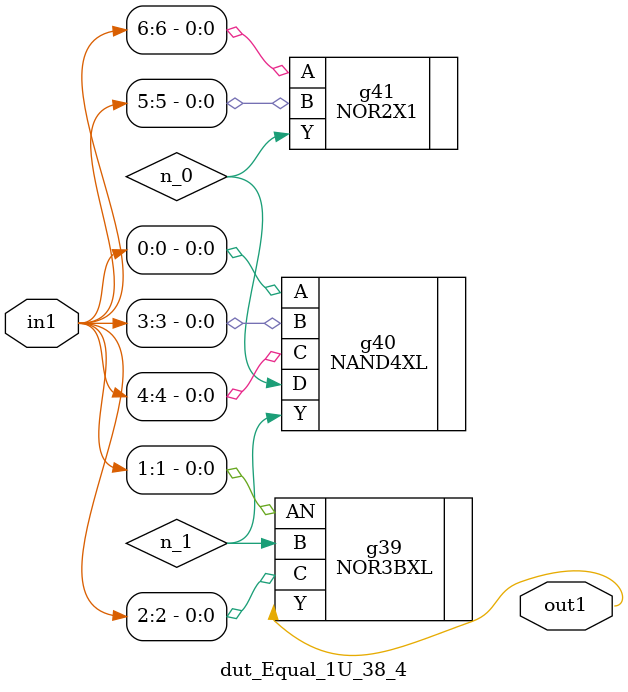
<source format=v>
`timescale 1ps / 1ps


module dut_Equal_1U_38_4(in1, out1);
  input [6:0] in1;
  output out1;
  wire [6:0] in1;
  wire out1;
  wire n_0, n_1;
  NOR3BXL g39(.AN (in1[1]), .B (n_1), .C (in1[2]), .Y (out1));
  NAND4XL g40(.A (in1[0]), .B (in1[3]), .C (in1[4]), .D (n_0), .Y
       (n_1));
  NOR2X1 g41(.A (in1[6]), .B (in1[5]), .Y (n_0));
endmodule



</source>
